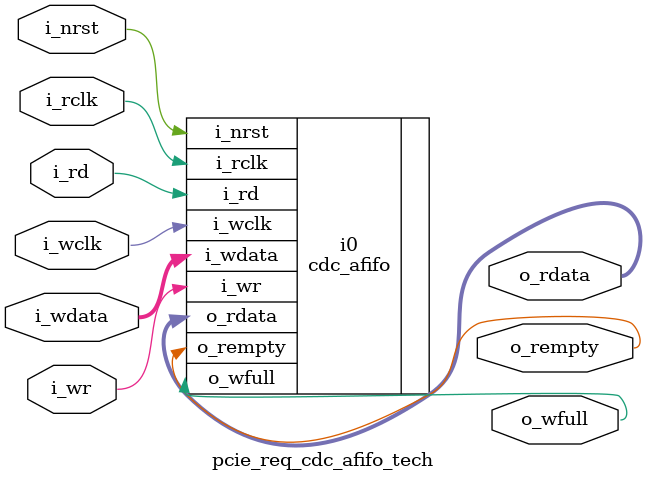
<source format=sv>

module pcie_req_cdc_afifo_tech (
  input i_nrst,
  input i_wclk,
  input i_wr,
  input [72:0] i_wdata,
  output o_wfull,
  input i_rclk,
  input i_rd,
  output [72:0] o_rdata,
  output o_rempty
);

// PCIE EP (200 MHz) -> DMA (40 MHz)
cdc_afifo #(
    .abits(2),
    .dbits(73)
) i0 (
    .i_nrst(i_nrst),
    .i_wclk(i_wclk),
    .i_wr(i_wr),
    .i_wdata(i_wdata),
    .o_wfull(o_wfull),
    .i_rclk(i_rclk),
    .i_rd(i_rd),
    .o_rdata(o_rdata),
    .o_rempty(o_rempty)
);

endmodule

</source>
